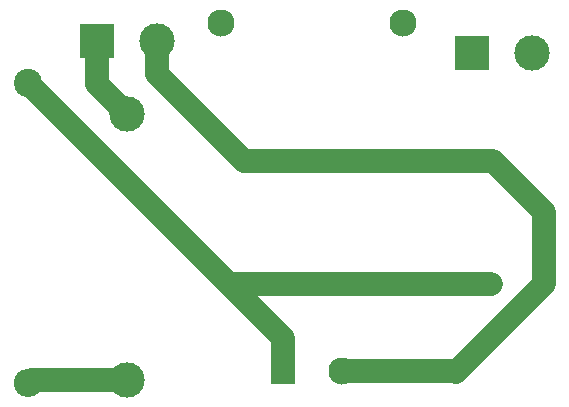
<source format=gbl>
G04 #@! TF.GenerationSoftware,KiCad,Pcbnew,5.1.12-84ad8e8a86~92~ubuntu20.04.1*
G04 #@! TF.CreationDate,2022-01-09T16:30:32+01:00*
G04 #@! TF.ProjectId,hlk-pm-pcb,686c6b2d-706d-42d7-9063-622e6b696361,1.0*
G04 #@! TF.SameCoordinates,Original*
G04 #@! TF.FileFunction,Copper,L2,Bot*
G04 #@! TF.FilePolarity,Positive*
%FSLAX46Y46*%
G04 Gerber Fmt 4.6, Leading zero omitted, Abs format (unit mm)*
G04 Created by KiCad (PCBNEW 5.1.12-84ad8e8a86~92~ubuntu20.04.1) date 2022-01-09 16:30:32*
%MOMM*%
%LPD*%
G01*
G04 APERTURE LIST*
G04 #@! TA.AperFunction,ComponentPad*
%ADD10O,2.400000X2.400000*%
G04 #@! TD*
G04 #@! TA.AperFunction,ComponentPad*
%ADD11C,2.400000*%
G04 #@! TD*
G04 #@! TA.AperFunction,ComponentPad*
%ADD12C,1.800000*%
G04 #@! TD*
G04 #@! TA.AperFunction,ComponentPad*
%ADD13C,2.300000*%
G04 #@! TD*
G04 #@! TA.AperFunction,ComponentPad*
%ADD14R,2.000000X2.300000*%
G04 #@! TD*
G04 #@! TA.AperFunction,ComponentPad*
%ADD15C,3.000000*%
G04 #@! TD*
G04 #@! TA.AperFunction,ComponentPad*
%ADD16R,3.000000X3.000000*%
G04 #@! TD*
G04 #@! TA.AperFunction,Conductor*
%ADD17C,2.000000*%
G04 #@! TD*
G04 APERTURE END LIST*
D10*
X89408000Y-87630000D03*
D11*
X89408000Y-62230000D03*
D12*
X125651000Y-86748000D03*
X128651000Y-79248000D03*
D13*
X121198000Y-57214000D03*
X115998000Y-86614000D03*
D14*
X110998000Y-86614000D03*
D13*
X105798000Y-57214000D03*
D15*
X132080000Y-59690000D03*
D16*
X127000000Y-59690000D03*
D15*
X100330000Y-58674000D03*
D16*
X95250000Y-58674000D03*
D15*
X97790000Y-64876000D03*
X97790000Y-87376000D03*
D17*
X95250000Y-62336000D02*
X97790000Y-64876000D01*
X95250000Y-58674000D02*
X95250000Y-62336000D01*
X97790000Y-87376000D02*
X89662000Y-87376000D01*
X89662000Y-87376000D02*
X89408000Y-87630000D01*
X110998000Y-86614000D02*
X110998000Y-83820000D01*
X110998000Y-83820000D02*
X106426000Y-79248000D01*
X89408000Y-62230000D02*
X106426000Y-79248000D01*
X106426000Y-79248000D02*
X128651000Y-79248000D01*
X125517000Y-86614000D02*
X125651000Y-86748000D01*
X115998000Y-86614000D02*
X125517000Y-86614000D01*
X107696000Y-68834000D02*
X128778000Y-68834000D01*
X128778000Y-68834000D02*
X133096000Y-73152000D01*
X133096000Y-79303000D02*
X125651000Y-86748000D01*
X133096000Y-73152000D02*
X133096000Y-79303000D01*
X100330000Y-61468000D02*
X107696000Y-68834000D01*
X100330000Y-58674000D02*
X100330000Y-61468000D01*
M02*

</source>
